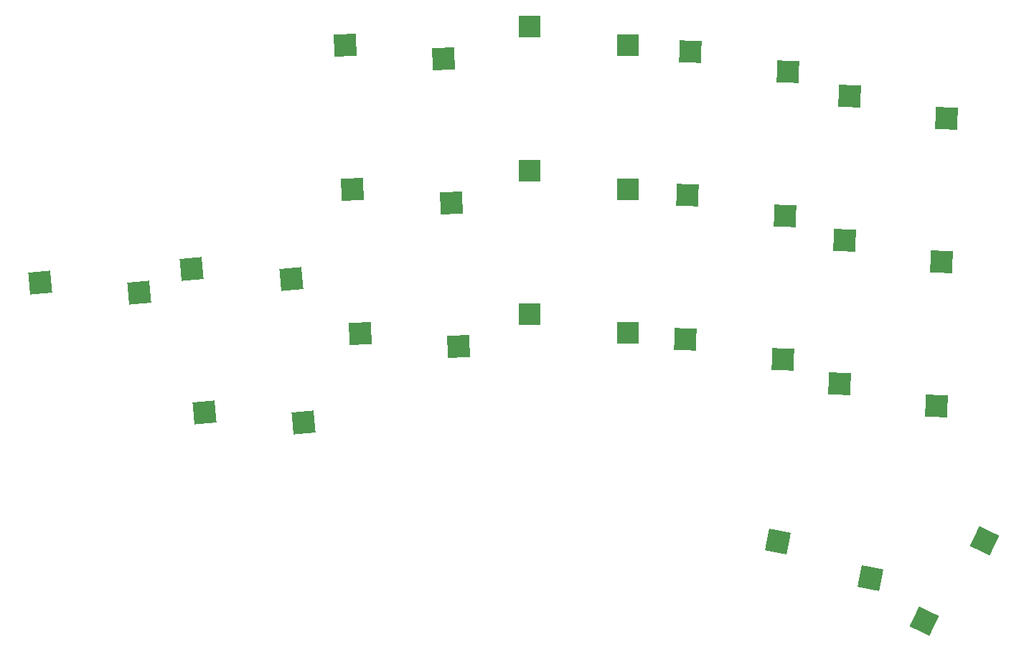
<source format=gbr>
%TF.GenerationSoftware,KiCad,Pcbnew,6.0.4-6f826c9f35~116~ubuntu20.04.1*%
%TF.CreationDate,2022-06-03T00:30:45+02:00*%
%TF.ProjectId,Wubbo,57756262-6f2e-46b6-9963-61645f706362,v0.3*%
%TF.SameCoordinates,Original*%
%TF.FileFunction,Paste,Bot*%
%TF.FilePolarity,Positive*%
%FSLAX46Y46*%
G04 Gerber Fmt 4.6, Leading zero omitted, Abs format (unit mm)*
G04 Created by KiCad (PCBNEW 6.0.4-6f826c9f35~116~ubuntu20.04.1) date 2022-06-03 00:30:45*
%MOMM*%
%LPD*%
G01*
G04 APERTURE LIST*
G04 Aperture macros list*
%AMRotRect*
0 Rectangle, with rotation*
0 The origin of the aperture is its center*
0 $1 length*
0 $2 width*
0 $3 Rotation angle, in degrees counterclockwise*
0 Add horizontal line*
21,1,$1,$2,0,0,$3*%
G04 Aperture macros list end*
%ADD10RotRect,2.600000X2.600000X183.000000*%
%ADD11R,2.600000X2.600000*%
%ADD12RotRect,2.600000X2.600000X244.000000*%
%ADD13RotRect,2.600000X2.600000X179.000000*%
%ADD14RotRect,2.600000X2.600000X185.000000*%
%ADD15RotRect,2.600000X2.600000X178.000000*%
%ADD16RotRect,2.600000X2.600000X169.000000*%
G04 APERTURE END LIST*
D10*
%TO.C,SW12*%
X32510932Y16607381D03*
X44160243Y15014877D03*
%TD*%
D11*
%TO.C,SW8*%
X52538372Y35821818D03*
X64088372Y33621818D03*
%TD*%
D12*
%TO.C,SW17*%
X99110919Y-17354743D03*
X106151453Y-7938088D03*
%TD*%
D13*
%TO.C,SW9*%
X71139404Y32875479D03*
X82649249Y30474239D03*
%TD*%
D14*
%TO.C,SW1*%
X-5262762Y22577233D03*
X6435029Y21392254D03*
%TD*%
%TO.C,SW11*%
X14150391Y7210726D03*
X25848182Y6025747D03*
%TD*%
D13*
%TO.C,SW4*%
X71436095Y49872889D03*
X82945940Y47471649D03*
%TD*%
D14*
%TO.C,SW6*%
X12668743Y24146036D03*
X24366534Y22961057D03*
%TD*%
D15*
%TO.C,SW10*%
X89651307Y27608751D03*
X101117492Y25007002D03*
%TD*%
%TO.C,SW5*%
X90244598Y44598395D03*
X101710783Y41996646D03*
%TD*%
D13*
%TO.C,SW14*%
X70842713Y15878068D03*
X82352558Y13476828D03*
%TD*%
D10*
%TO.C,SW7*%
X31621221Y33584083D03*
X43270532Y31991579D03*
%TD*%
%TO.C,SW2*%
X30731509Y50560786D03*
X42380820Y48968282D03*
%TD*%
D11*
%TO.C,SW13*%
X52538372Y18821818D03*
X64088372Y16621818D03*
%TD*%
D16*
%TO.C,SW16*%
X81787158Y-7970892D03*
X92705173Y-12334315D03*
%TD*%
D15*
%TO.C,SW15*%
X89058015Y10619107D03*
X100524200Y8017358D03*
%TD*%
D11*
%TO.C,SW3*%
X52538372Y52821818D03*
X64088372Y50621818D03*
%TD*%
M02*

</source>
